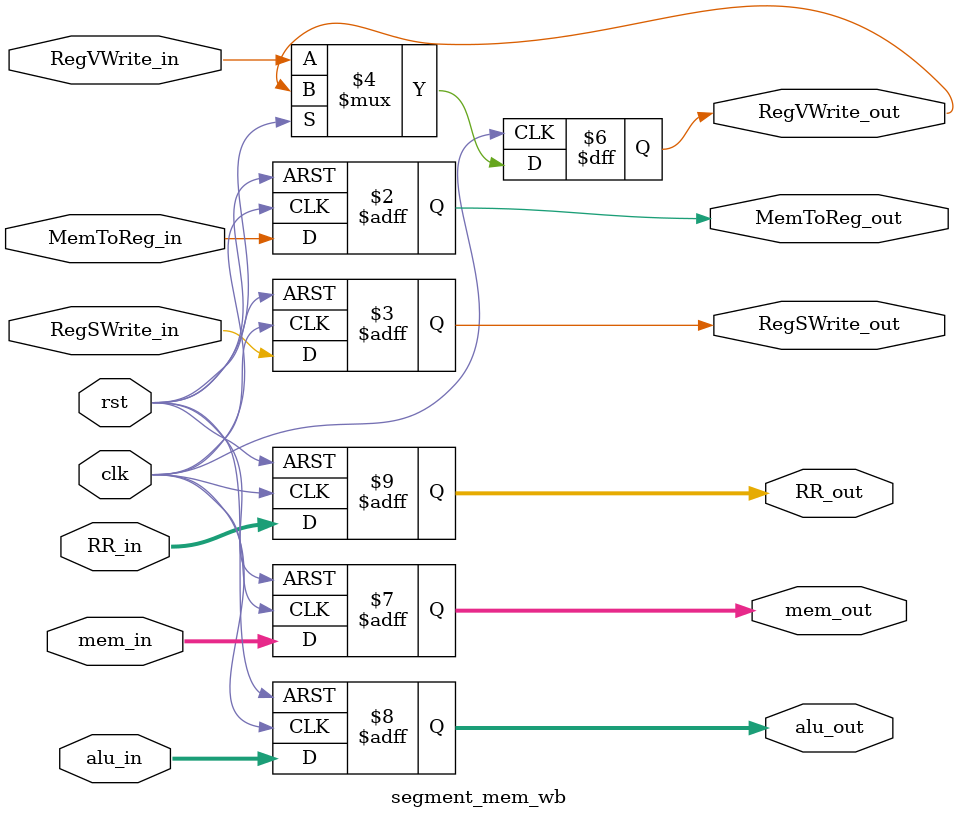
<source format=sv>
 module segment_mem_wb
(
    input  logic        clk,
    input  logic        rst,
    input  logic        MemToReg_in,
    input  logic        RegSWrite_in,
    input  logic        RegVWrite_in,
    input  logic[191:0] mem_in,
    input  logic[191:0] alu_in,
    input  logic[3:0]   RR_in,								
    output logic        MemToReg_out,
    output logic        RegSWrite_out,
    output logic        RegVWrite_out,
    output logic[191:0] mem_out,
    output logic[191:0] alu_out,
    output logic[3:0]   RR_out
);
    always_ff@(negedge clk, posedge rst) begin
        if (rst) begin
            MemToReg_out = 0;
            RegSWrite_out = 0;
            RegSWrite_out = 0;
            mem_out = 0;
            alu_out = 0;
            RR_out = 0;
        end else begin
            MemToReg_out = MemToReg_in;
            RegSWrite_out = RegSWrite_in;
            RegVWrite_out = RegVWrite_in;
            mem_out = mem_in;
            alu_out = alu_in;
            RR_out = RR_in;
        end
    end
endmodule : segment_mem_wb

</source>
